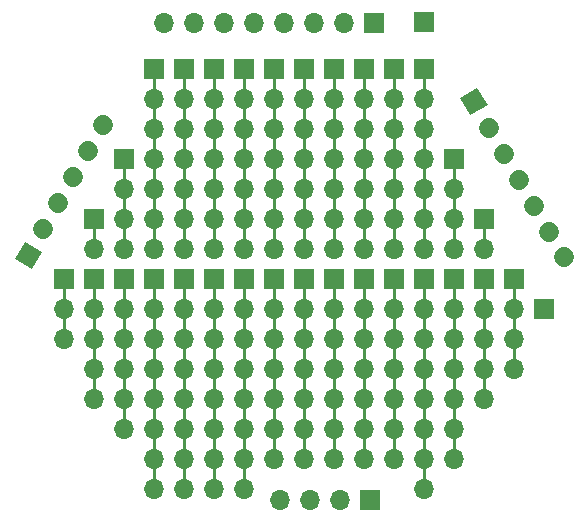
<source format=gbr>
G04 #@! TF.FileFunction,Copper,L2,Bot,Signal*
%FSLAX46Y46*%
G04 Gerber Fmt 4.6, Leading zero omitted, Abs format (unit mm)*
G04 Created by KiCad (PCBNEW 4.0.7-e2-6376~58~ubuntu14.04.1) date Sat Apr 21 17:00:56 2018*
%MOMM*%
%LPD*%
G01*
G04 APERTURE LIST*
%ADD10C,0.100000*%
%ADD11R,1.700000X1.700000*%
%ADD12O,1.700000X1.700000*%
%ADD13C,1.700000*%
%ADD14C,0.250000*%
G04 APERTURE END LIST*
D10*
D11*
X196480000Y-85000000D03*
D12*
X193940000Y-85000000D03*
X191400000Y-85000000D03*
X188860000Y-85000000D03*
X186320000Y-85000000D03*
X183780000Y-85000000D03*
X181240000Y-85000000D03*
X178700000Y-85000000D03*
D11*
X196140000Y-125340000D03*
D12*
X193600000Y-125340000D03*
X191060000Y-125340000D03*
X188520000Y-125340000D03*
D10*
G36*
X168331122Y-104347696D02*
X167481122Y-105819940D01*
X166008878Y-104969940D01*
X166858878Y-103497696D01*
X168331122Y-104347696D01*
X168331122Y-104347696D01*
G37*
D13*
X168440000Y-102459113D02*
X168440000Y-102459113D01*
X169710000Y-100259409D02*
X169710000Y-100259409D01*
X170980000Y-98059704D02*
X170980000Y-98059704D01*
X172250000Y-95860000D02*
X172250000Y-95860000D01*
X173520000Y-93660295D02*
X173520000Y-93660295D01*
D10*
G36*
X204578878Y-92811417D02*
X203728878Y-91339173D01*
X205201122Y-90489173D01*
X206051122Y-91961417D01*
X204578878Y-92811417D01*
X204578878Y-92811417D01*
G37*
D13*
X206160000Y-93850000D02*
X206160000Y-93850000D01*
X207430000Y-96049704D02*
X207430000Y-96049704D01*
X208700000Y-98249409D02*
X208700000Y-98249409D01*
X209970000Y-100449113D02*
X209970000Y-100449113D01*
X211240000Y-102648818D02*
X211240000Y-102648818D01*
X212510000Y-104848522D02*
X212510000Y-104848522D01*
D11*
X210820000Y-109220000D03*
X200660000Y-84930000D03*
X175260000Y-96520000D03*
D12*
X175260000Y-99060000D03*
X175260000Y-101600000D03*
X175260000Y-104140000D03*
D11*
X208280000Y-106680000D03*
D12*
X208280000Y-109220000D03*
X208280000Y-111760000D03*
X208280000Y-114300000D03*
D11*
X190500000Y-88900000D03*
D12*
X190500000Y-91440000D03*
X190500000Y-93980000D03*
X190500000Y-96520000D03*
X190500000Y-99060000D03*
X190500000Y-101600000D03*
X190500000Y-104140000D03*
D11*
X193040000Y-88900000D03*
D12*
X193040000Y-91440000D03*
X193040000Y-93980000D03*
X193040000Y-96520000D03*
X193040000Y-99060000D03*
X193040000Y-101600000D03*
X193040000Y-104140000D03*
D11*
X195580000Y-88900000D03*
D12*
X195580000Y-91440000D03*
X195580000Y-93980000D03*
X195580000Y-96520000D03*
X195580000Y-99060000D03*
X195580000Y-101600000D03*
X195580000Y-104140000D03*
D11*
X198120000Y-88900000D03*
D12*
X198120000Y-91440000D03*
X198120000Y-93980000D03*
X198120000Y-96520000D03*
X198120000Y-99060000D03*
X198120000Y-101600000D03*
X198120000Y-104140000D03*
D11*
X200660000Y-88900000D03*
D12*
X200660000Y-91440000D03*
X200660000Y-93980000D03*
X200660000Y-96520000D03*
X200660000Y-99060000D03*
X200660000Y-101600000D03*
X200660000Y-104140000D03*
D11*
X187960000Y-88900000D03*
D12*
X187960000Y-91440000D03*
X187960000Y-93980000D03*
X187960000Y-96520000D03*
X187960000Y-99060000D03*
X187960000Y-101600000D03*
X187960000Y-104140000D03*
D11*
X198120000Y-106680000D03*
D12*
X198120000Y-109220000D03*
X198120000Y-111760000D03*
X198120000Y-114300000D03*
X198120000Y-116840000D03*
X198120000Y-119380000D03*
X198120000Y-121920000D03*
D11*
X195580000Y-106680000D03*
D12*
X195580000Y-109220000D03*
X195580000Y-111760000D03*
X195580000Y-114300000D03*
X195580000Y-116840000D03*
X195580000Y-119380000D03*
X195580000Y-121920000D03*
D11*
X177800000Y-88900000D03*
D12*
X177800000Y-91440000D03*
X177800000Y-93980000D03*
X177800000Y-96520000D03*
X177800000Y-99060000D03*
X177800000Y-101600000D03*
X177800000Y-104140000D03*
D11*
X180340000Y-88900000D03*
D12*
X180340000Y-91440000D03*
X180340000Y-93980000D03*
X180340000Y-96520000D03*
X180340000Y-99060000D03*
X180340000Y-101600000D03*
X180340000Y-104140000D03*
D11*
X182880000Y-88900000D03*
D12*
X182880000Y-91440000D03*
X182880000Y-93980000D03*
X182880000Y-96520000D03*
X182880000Y-99060000D03*
X182880000Y-101600000D03*
X182880000Y-104140000D03*
D11*
X185420000Y-88900000D03*
D12*
X185420000Y-91440000D03*
X185420000Y-93980000D03*
X185420000Y-96520000D03*
X185420000Y-99060000D03*
X185420000Y-101600000D03*
X185420000Y-104140000D03*
D11*
X187960000Y-106680000D03*
D12*
X187960000Y-109220000D03*
X187960000Y-111760000D03*
X187960000Y-114300000D03*
X187960000Y-116840000D03*
X187960000Y-119380000D03*
X187960000Y-121920000D03*
D11*
X190500000Y-106680000D03*
D12*
X190500000Y-109220000D03*
X190500000Y-111760000D03*
X190500000Y-114300000D03*
X190500000Y-116840000D03*
X190500000Y-119380000D03*
X190500000Y-121920000D03*
D11*
X193040000Y-106680000D03*
D12*
X193040000Y-109220000D03*
X193040000Y-111760000D03*
X193040000Y-114300000D03*
X193040000Y-116840000D03*
X193040000Y-119380000D03*
X193040000Y-121920000D03*
D11*
X205740000Y-101600000D03*
D12*
X205740000Y-104140000D03*
D11*
X172720000Y-101600000D03*
D12*
X172720000Y-104140000D03*
D11*
X175260000Y-106680000D03*
D12*
X175260000Y-109220000D03*
X175260000Y-111760000D03*
X175260000Y-114300000D03*
X175260000Y-116840000D03*
X175260000Y-119380000D03*
D11*
X170180000Y-106680000D03*
D12*
X170180000Y-109220000D03*
X170180000Y-111760000D03*
D11*
X185420000Y-106680000D03*
D12*
X185420000Y-109220000D03*
X185420000Y-111760000D03*
X185420000Y-114300000D03*
X185420000Y-116840000D03*
X185420000Y-119380000D03*
X185420000Y-121920000D03*
X185420000Y-124460000D03*
D11*
X182880000Y-106680000D03*
D12*
X182880000Y-109220000D03*
X182880000Y-111760000D03*
X182880000Y-114300000D03*
X182880000Y-116840000D03*
X182880000Y-119380000D03*
X182880000Y-121920000D03*
X182880000Y-124460000D03*
D11*
X180340000Y-106680000D03*
D12*
X180340000Y-109220000D03*
X180340000Y-111760000D03*
X180340000Y-114300000D03*
X180340000Y-116840000D03*
X180340000Y-119380000D03*
X180340000Y-121920000D03*
X180340000Y-124460000D03*
D11*
X177800000Y-106680000D03*
D12*
X177800000Y-109220000D03*
X177800000Y-111760000D03*
X177800000Y-114300000D03*
X177800000Y-116840000D03*
X177800000Y-119380000D03*
X177800000Y-121920000D03*
X177800000Y-124460000D03*
D11*
X205740000Y-106680000D03*
D12*
X205740000Y-109220000D03*
X205740000Y-111760000D03*
X205740000Y-114300000D03*
X205740000Y-116840000D03*
D11*
X172720000Y-106680000D03*
D12*
X172720000Y-109220000D03*
X172720000Y-111760000D03*
X172720000Y-114300000D03*
X172720000Y-116840000D03*
D11*
X203200000Y-106680000D03*
D12*
X203200000Y-109220000D03*
X203200000Y-111760000D03*
X203200000Y-114300000D03*
X203200000Y-116840000D03*
X203200000Y-119380000D03*
X203200000Y-121920000D03*
D11*
X200660000Y-106680000D03*
D12*
X200660000Y-109220000D03*
X200660000Y-111760000D03*
X200660000Y-114300000D03*
X200660000Y-116840000D03*
X200660000Y-119380000D03*
X200660000Y-121920000D03*
X200660000Y-124460000D03*
D11*
X203200000Y-96520000D03*
D12*
X203200000Y-99060000D03*
X203200000Y-101600000D03*
X203200000Y-104140000D03*
D14*
X172720000Y-109220000D02*
X172720000Y-106680000D01*
X172720000Y-111760000D02*
X172720000Y-109220000D01*
X172720000Y-114300000D02*
X172720000Y-111760000D01*
X172720000Y-116840000D02*
X172720000Y-114300000D01*
X203200000Y-106680000D02*
X203200000Y-109220000D01*
X203200000Y-111760000D02*
X203200000Y-109220000D01*
X203200000Y-114300000D02*
X203200000Y-111760000D01*
X203200000Y-116840000D02*
X203200000Y-114300000D01*
X203200000Y-119380000D02*
X203200000Y-116840000D01*
X203200000Y-119380000D02*
X203200000Y-121920000D01*
X175260000Y-99060000D02*
X175260000Y-96520000D01*
X175260000Y-101600000D02*
X175260000Y-99060000D01*
X175260000Y-104140000D02*
X175260000Y-101600000D01*
X208280000Y-106680000D02*
X208280000Y-109220000D01*
X208280000Y-111760000D02*
X208280000Y-109220000D01*
X208280000Y-114300000D02*
X208280000Y-111760000D01*
X200660000Y-106680000D02*
X200660000Y-109220000D01*
X200660000Y-111760000D02*
X200660000Y-109220000D01*
X200660000Y-114300000D02*
X200660000Y-111760000D01*
X200660000Y-116840000D02*
X200660000Y-114300000D01*
X200660000Y-119380000D02*
X200660000Y-116840000D01*
X200660000Y-124460000D02*
X200660000Y-121920000D01*
X200660000Y-119380000D02*
X200660000Y-121920000D01*
X203200000Y-99060000D02*
X203200000Y-96520000D01*
X203200000Y-101600000D02*
X203200000Y-99060000D01*
X203200000Y-104140000D02*
X203200000Y-101600000D01*
X205740000Y-104140000D02*
X205740000Y-101600000D01*
X172720000Y-104140000D02*
X172720000Y-101600000D01*
X175260000Y-109220000D02*
X175260000Y-106680000D01*
X175260000Y-114300000D02*
X175260000Y-111760000D01*
X175260000Y-111760000D02*
X175260000Y-109220000D01*
X175260000Y-116840000D02*
X175260000Y-114300000D01*
X175260000Y-119380000D02*
X175260000Y-116840000D01*
X170180000Y-109220000D02*
X170180000Y-106680000D01*
X170180000Y-111760000D02*
X170180000Y-109220000D01*
X185420000Y-106680000D02*
X185420000Y-109220000D01*
X185420000Y-116840000D02*
X185420000Y-119380000D01*
X185420000Y-116840000D02*
X185420000Y-114300000D01*
X185420000Y-111760000D02*
X185420000Y-109220000D01*
X185420000Y-114300000D02*
X185420000Y-111760000D01*
X185420000Y-121920000D02*
X185420000Y-124460000D01*
X185420000Y-121920000D02*
X185420000Y-119380000D01*
X182880000Y-109220000D02*
X182880000Y-106680000D01*
X182880000Y-114300000D02*
X182880000Y-111760000D01*
X182880000Y-111760000D02*
X182880000Y-109220000D01*
X182880000Y-114300000D02*
X182880000Y-116840000D01*
X182880000Y-119380000D02*
X182880000Y-116840000D01*
X182880000Y-124460000D02*
X182880000Y-121920000D01*
X182880000Y-121920000D02*
X182880000Y-119380000D01*
X180340000Y-109220000D02*
X180340000Y-106680000D01*
X180340000Y-111760000D02*
X180340000Y-109220000D01*
X180340000Y-114300000D02*
X180340000Y-111760000D01*
X180340000Y-116840000D02*
X180340000Y-114300000D01*
X180340000Y-119380000D02*
X180340000Y-116840000D01*
X180340000Y-121920000D02*
X180340000Y-119380000D01*
X180340000Y-124460000D02*
X180340000Y-121920000D01*
X177800000Y-106680000D02*
X177800000Y-109220000D01*
X177800000Y-111760000D02*
X177800000Y-109220000D01*
X177800000Y-114300000D02*
X177800000Y-111760000D01*
X177800000Y-116840000D02*
X177800000Y-114300000D01*
X177800000Y-119380000D02*
X177800000Y-116840000D01*
X177800000Y-121920000D02*
X177800000Y-119380000D01*
X177800000Y-124460000D02*
X177800000Y-121920000D01*
X190500000Y-91440000D02*
X190500000Y-88900000D01*
X190500000Y-93980000D02*
X190500000Y-91440000D01*
X190500000Y-96520000D02*
X190500000Y-93980000D01*
X190500000Y-101600000D02*
X190500000Y-99060000D01*
X190500000Y-99060000D02*
X190500000Y-96520000D01*
X190500000Y-104140000D02*
X190500000Y-101600000D01*
X193040000Y-91440000D02*
X193040000Y-88900000D01*
X193040000Y-93980000D02*
X193040000Y-91440000D01*
X193040000Y-93980000D02*
X193040000Y-96520000D01*
X193040000Y-96520000D02*
X193040000Y-99060000D01*
X193040000Y-101600000D02*
X193040000Y-99060000D01*
X193040000Y-104140000D02*
X193040000Y-101600000D01*
X195580000Y-91440000D02*
X195580000Y-93980000D01*
X195580000Y-88900000D02*
X195580000Y-91440000D01*
X195580000Y-99060000D02*
X195580000Y-101600000D01*
X195580000Y-96520000D02*
X195580000Y-99060000D01*
X195580000Y-93980000D02*
X195580000Y-96520000D01*
X195580000Y-104140000D02*
X195580000Y-101600000D01*
X198120000Y-91440000D02*
X198120000Y-88900000D01*
X198120000Y-93980000D02*
X198120000Y-91440000D01*
X198120000Y-96520000D02*
X198120000Y-93980000D01*
X198120000Y-99060000D02*
X198120000Y-96520000D01*
X198120000Y-101600000D02*
X198120000Y-99060000D01*
X198120000Y-104140000D02*
X198120000Y-101600000D01*
X200660000Y-91440000D02*
X200660000Y-88900000D01*
X200660000Y-93980000D02*
X200660000Y-91440000D01*
X200660000Y-99060000D02*
X200660000Y-101600000D01*
X200660000Y-96520000D02*
X200660000Y-99060000D01*
X200660000Y-93980000D02*
X200660000Y-96520000D01*
X200660000Y-104140000D02*
X200660000Y-101600000D01*
X187960000Y-91440000D02*
X187960000Y-88900000D01*
X187960000Y-101600000D02*
X187960000Y-99060000D01*
X187960000Y-99060000D02*
X187960000Y-96520000D01*
X187960000Y-93980000D02*
X187960000Y-91440000D01*
X187960000Y-96520000D02*
X187960000Y-93980000D01*
X187960000Y-104140000D02*
X187960000Y-101600000D01*
X198120000Y-106680000D02*
X198120000Y-109220000D01*
X198120000Y-111760000D02*
X198120000Y-109220000D01*
X198120000Y-114300000D02*
X198120000Y-111760000D01*
X198120000Y-116840000D02*
X198120000Y-114300000D01*
X198120000Y-119380000D02*
X198120000Y-116840000D01*
X198120000Y-119380000D02*
X198120000Y-121920000D01*
X195580000Y-106680000D02*
X195580000Y-109220000D01*
X195580000Y-111760000D02*
X195580000Y-109220000D01*
X195580000Y-114300000D02*
X195580000Y-111760000D01*
X195580000Y-114300000D02*
X195580000Y-116840000D01*
X195580000Y-119380000D02*
X195580000Y-116840000D01*
X195580000Y-121920000D02*
X195580000Y-119380000D01*
X177800000Y-91440000D02*
X177800000Y-88900000D01*
X177800000Y-93980000D02*
X177800000Y-91440000D01*
X177800000Y-96520000D02*
X177800000Y-93980000D01*
X177800000Y-99060000D02*
X177800000Y-96520000D01*
X177800000Y-101600000D02*
X177800000Y-99060000D01*
X177800000Y-104140000D02*
X177800000Y-101600000D01*
X180340000Y-91440000D02*
X180340000Y-88900000D01*
X180340000Y-93980000D02*
X180340000Y-91440000D01*
X180340000Y-96520000D02*
X180340000Y-93980000D01*
X180340000Y-99060000D02*
X180340000Y-96520000D01*
X180340000Y-101600000D02*
X180340000Y-99060000D01*
X180340000Y-104140000D02*
X180340000Y-101600000D01*
X182880000Y-91440000D02*
X182880000Y-88900000D01*
X182880000Y-93980000D02*
X182880000Y-91440000D01*
X182880000Y-96520000D02*
X182880000Y-93980000D01*
X182880000Y-99060000D02*
X182880000Y-96520000D01*
X182880000Y-101600000D02*
X182880000Y-99060000D01*
X182880000Y-104140000D02*
X182880000Y-101600000D01*
X185420000Y-91440000D02*
X185420000Y-88900000D01*
X185420000Y-93980000D02*
X185420000Y-91440000D01*
X185420000Y-96520000D02*
X185420000Y-93980000D01*
X185420000Y-99060000D02*
X185420000Y-96520000D01*
X185420000Y-101600000D02*
X185420000Y-99060000D01*
X185420000Y-104140000D02*
X185420000Y-101600000D01*
X187960000Y-109220000D02*
X187960000Y-106680000D01*
X187960000Y-111760000D02*
X187960000Y-109220000D01*
X187960000Y-114300000D02*
X187960000Y-111760000D01*
X187960000Y-116840000D02*
X187960000Y-114300000D01*
X187960000Y-119380000D02*
X187960000Y-116840000D01*
X187960000Y-121920000D02*
X187960000Y-119380000D01*
X190500000Y-119380000D02*
X190500000Y-121920000D01*
X190500000Y-116840000D02*
X190500000Y-119380000D01*
X190500000Y-114300000D02*
X190500000Y-116840000D01*
X190500000Y-111760000D02*
X190500000Y-114300000D01*
X190500000Y-109220000D02*
X190500000Y-111760000D01*
X190500000Y-106680000D02*
X190500000Y-109220000D01*
X193040000Y-121920000D02*
X193040000Y-119380000D01*
X193040000Y-119380000D02*
X193040000Y-116840000D01*
X193040000Y-116840000D02*
X193040000Y-114300000D01*
X193040000Y-114300000D02*
X193040000Y-111760000D01*
X193040000Y-111760000D02*
X193040000Y-109220000D01*
X193040000Y-109220000D02*
X193040000Y-106680000D01*
X205740000Y-106680000D02*
X205740000Y-109220000D01*
X205740000Y-111760000D02*
X205740000Y-109220000D01*
X205740000Y-114300000D02*
X205740000Y-111760000D01*
X205740000Y-116840000D02*
X205740000Y-114300000D01*
M02*

</source>
